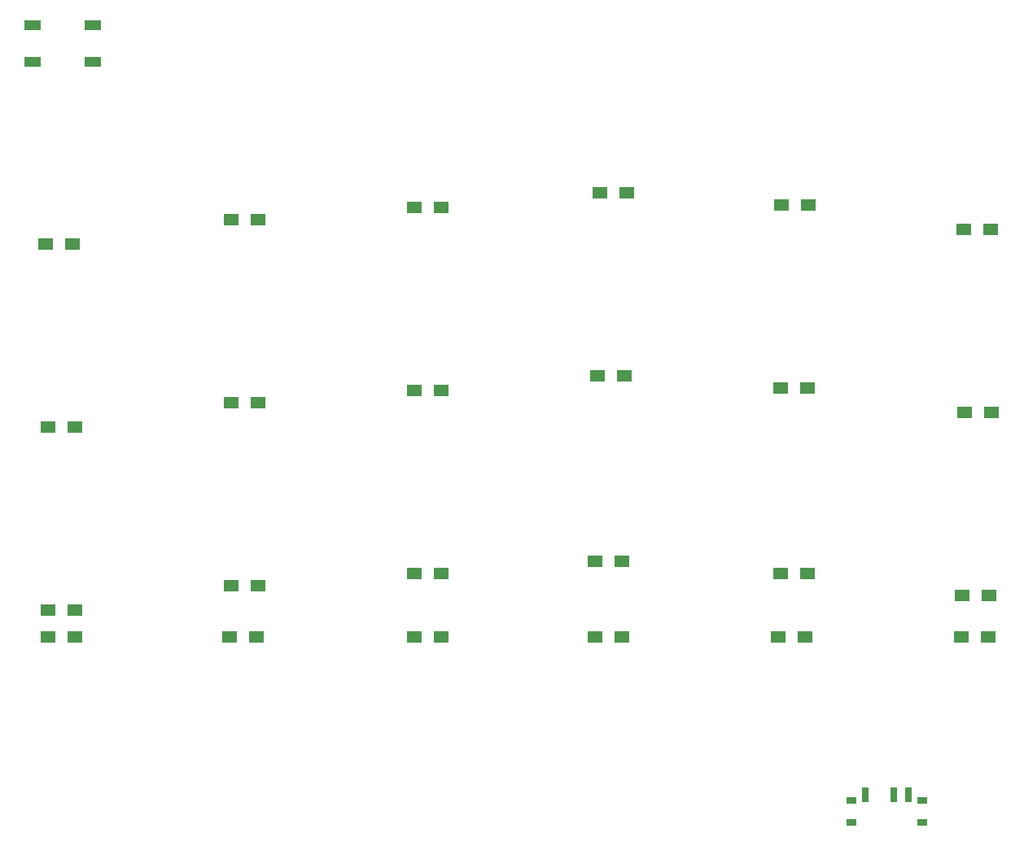
<source format=gbr>
G04 #@! TF.GenerationSoftware,KiCad,Pcbnew,5.1.9*
G04 #@! TF.CreationDate,2021-01-25T17:48:52-06:00*
G04 #@! TF.ProjectId,halfboard,68616c66-626f-4617-9264-2e6b69636164,rev?*
G04 #@! TF.SameCoordinates,Original*
G04 #@! TF.FileFunction,Paste,Top*
G04 #@! TF.FilePolarity,Positive*
%FSLAX46Y46*%
G04 Gerber Fmt 4.6, Leading zero omitted, Abs format (unit mm)*
G04 Created by KiCad (PCBNEW 5.1.9) date 2021-01-25 17:48:52*
%MOMM*%
%LPD*%
G01*
G04 APERTURE LIST*
%ADD10R,1.700000X1.000000*%
%ADD11R,1.000000X0.800000*%
%ADD12R,0.700000X1.500000*%
%ADD13R,1.600000X1.200000*%
G04 APERTURE END LIST*
D10*
G04 #@! TO.C,RESET1*
X102616400Y-57957800D03*
X96316400Y-57957800D03*
X102616400Y-54157800D03*
X96316400Y-54157800D03*
G04 #@! TD*
D11*
G04 #@! TO.C,PWR_SW1*
X181516000Y-134906800D03*
X188816000Y-134906800D03*
X188816000Y-137116800D03*
X181516000Y-137116800D03*
D12*
X187416000Y-134256800D03*
X185916000Y-134256800D03*
X182916000Y-134256800D03*
G04 #@! TD*
D13*
G04 #@! TO.C,D24*
X195710000Y-117856000D03*
X192910000Y-117856000D03*
G04 #@! TD*
G04 #@! TO.C,D23*
X176660000Y-117856000D03*
X173860000Y-117856000D03*
G04 #@! TD*
G04 #@! TO.C,D22*
X157610000Y-117856000D03*
X154810000Y-117856000D03*
G04 #@! TD*
G04 #@! TO.C,D21*
X138814000Y-117856000D03*
X136014000Y-117856000D03*
G04 #@! TD*
G04 #@! TO.C,D20*
X119640000Y-117856000D03*
X116840000Y-117856000D03*
G04 #@! TD*
G04 #@! TO.C,D19*
X100714000Y-117856000D03*
X97914000Y-117856000D03*
G04 #@! TD*
G04 #@! TO.C,D18*
X195834000Y-113538000D03*
X193034000Y-113538000D03*
G04 #@! TD*
G04 #@! TO.C,D17*
X176914000Y-111252000D03*
X174114000Y-111252000D03*
G04 #@! TD*
G04 #@! TO.C,D16*
X157610000Y-109982000D03*
X154810000Y-109982000D03*
G04 #@! TD*
G04 #@! TO.C,D15*
X138814000Y-111252000D03*
X136014000Y-111252000D03*
G04 #@! TD*
G04 #@! TO.C,D14*
X119764000Y-112522000D03*
X116964000Y-112522000D03*
G04 #@! TD*
G04 #@! TO.C,D13*
X100714000Y-115062000D03*
X97914000Y-115062000D03*
G04 #@! TD*
G04 #@! TO.C,D12*
X196088000Y-94488000D03*
X193288000Y-94488000D03*
G04 #@! TD*
G04 #@! TO.C,D11*
X176914000Y-91948000D03*
X174114000Y-91948000D03*
G04 #@! TD*
G04 #@! TO.C,D10*
X157864000Y-90678000D03*
X155064000Y-90678000D03*
G04 #@! TD*
G04 #@! TO.C,D9*
X138814000Y-92202000D03*
X136014000Y-92202000D03*
G04 #@! TD*
G04 #@! TO.C,D8*
X119764000Y-93472000D03*
X116964000Y-93472000D03*
G04 #@! TD*
G04 #@! TO.C,D7*
X100714000Y-96012000D03*
X97914000Y-96012000D03*
G04 #@! TD*
G04 #@! TO.C,D6*
X195964000Y-75438000D03*
X193164000Y-75438000D03*
G04 #@! TD*
G04 #@! TO.C,D5*
X177038000Y-72898000D03*
X174238000Y-72898000D03*
G04 #@! TD*
G04 #@! TO.C,D4*
X158118000Y-71628000D03*
X155318000Y-71628000D03*
G04 #@! TD*
G04 #@! TO.C,D3*
X138814000Y-73152000D03*
X136014000Y-73152000D03*
G04 #@! TD*
G04 #@! TO.C,D2*
X119764000Y-74422000D03*
X116964000Y-74422000D03*
G04 #@! TD*
G04 #@! TO.C,D1*
X100460000Y-76962000D03*
X97660000Y-76962000D03*
G04 #@! TD*
M02*

</source>
